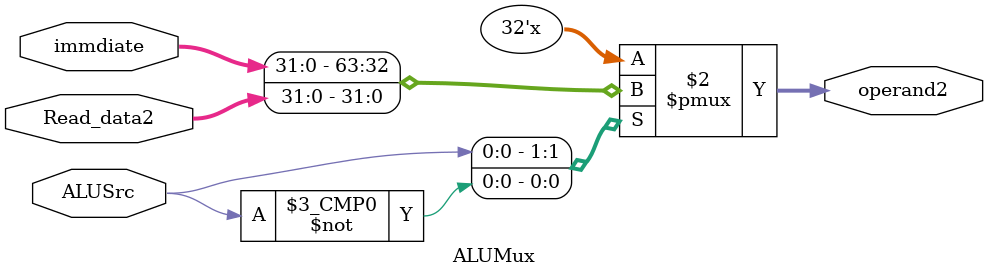
<source format=v>
`timescale 1ns / 1ps


module ALUMux(
input ALUSrc,
input [31:0] Read_data2,
input [31:0]immdiate,
output reg[31:0]operand2
    );
 always @(ALUSrc)
 case(ALUSrc)
 1'b1: operand2 = immdiate;
 1'b0: operand2 = Read_data2;
 endcase   
endmodule

</source>
